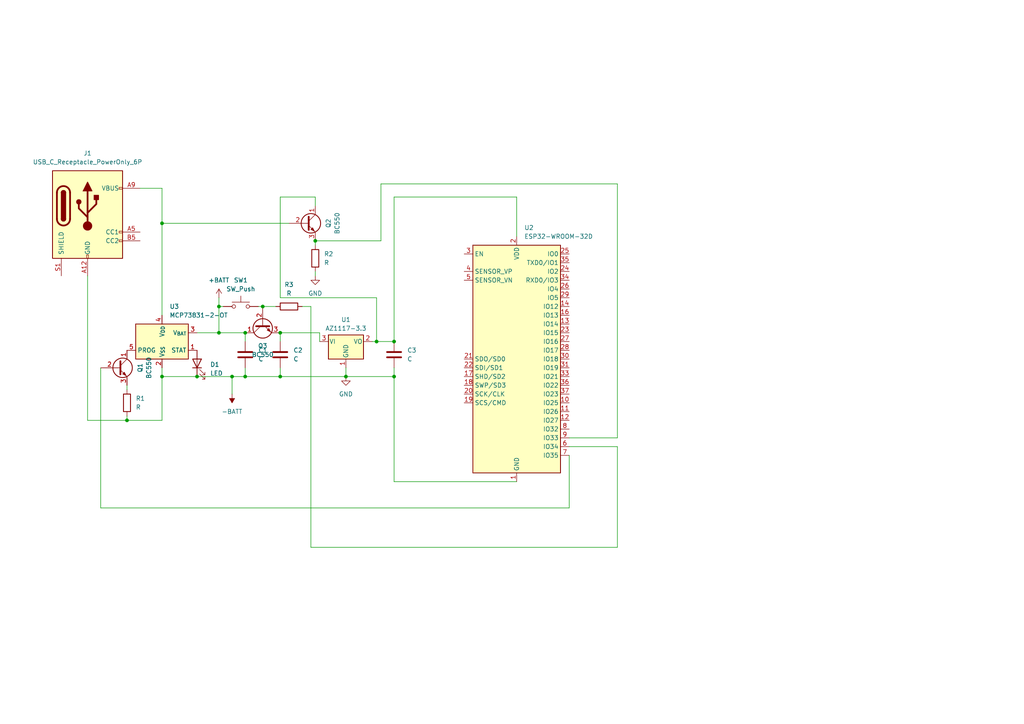
<source format=kicad_sch>
(kicad_sch (version 20230121) (generator eeschema)

  (uuid bec55e4e-6378-48f1-8246-a5facc38fe16)

  (paper "A4")

  (lib_symbols
    (symbol "Battery_Management:MCP73831-2-OT" (in_bom yes) (on_board yes)
      (property "Reference" "U" (at -7.62 6.35 0)
        (effects (font (size 1.27 1.27)) (justify left))
      )
      (property "Value" "MCP73831-2-OT" (at 1.27 6.35 0)
        (effects (font (size 1.27 1.27)) (justify left))
      )
      (property "Footprint" "Package_TO_SOT_SMD:SOT-23-5" (at 1.27 -6.35 0)
        (effects (font (size 1.27 1.27) italic) (justify left) hide)
      )
      (property "Datasheet" "http://ww1.microchip.com/downloads/en/DeviceDoc/20001984g.pdf" (at -3.81 -1.27 0)
        (effects (font (size 1.27 1.27)) hide)
      )
      (property "ki_keywords" "battery charger lithium" (at 0 0 0)
        (effects (font (size 1.27 1.27)) hide)
      )
      (property "ki_description" "Single cell, Li-Ion/Li-Po charge management controller, 4.20V, Tri-State Status Output, in SOT23-5 package" (at 0 0 0)
        (effects (font (size 1.27 1.27)) hide)
      )
      (property "ki_fp_filters" "SOT?23*" (at 0 0 0)
        (effects (font (size 1.27 1.27)) hide)
      )
      (symbol "MCP73831-2-OT_0_1"
        (rectangle (start -7.62 5.08) (end 7.62 -5.08)
          (stroke (width 0.254) (type default))
          (fill (type background))
        )
      )
      (symbol "MCP73831-2-OT_1_1"
        (pin output line (at 10.16 -2.54 180) (length 2.54)
          (name "STAT" (effects (font (size 1.27 1.27))))
          (number "1" (effects (font (size 1.27 1.27))))
        )
        (pin power_in line (at 0 -7.62 90) (length 2.54)
          (name "V_{SS}" (effects (font (size 1.27 1.27))))
          (number "2" (effects (font (size 1.27 1.27))))
        )
        (pin power_out line (at 10.16 2.54 180) (length 2.54)
          (name "V_{BAT}" (effects (font (size 1.27 1.27))))
          (number "3" (effects (font (size 1.27 1.27))))
        )
        (pin power_in line (at 0 7.62 270) (length 2.54)
          (name "V_{DD}" (effects (font (size 1.27 1.27))))
          (number "4" (effects (font (size 1.27 1.27))))
        )
        (pin input line (at -10.16 -2.54 0) (length 2.54)
          (name "PROG" (effects (font (size 1.27 1.27))))
          (number "5" (effects (font (size 1.27 1.27))))
        )
      )
    )
    (symbol "Connector:USB_C_Receptacle_PowerOnly_6P" (pin_names (offset 1.016)) (in_bom yes) (on_board yes)
      (property "Reference" "J" (at 0 16.51 0)
        (effects (font (size 1.27 1.27)) (justify bottom))
      )
      (property "Value" "USB_C_Receptacle_PowerOnly_6P" (at 0 13.97 0)
        (effects (font (size 1.27 1.27)) (justify bottom))
      )
      (property "Footprint" "" (at 3.81 2.54 0)
        (effects (font (size 1.27 1.27)) hide)
      )
      (property "Datasheet" "https://www.usb.org/sites/default/files/documents/usb_type-c.zip" (at 0 0 0)
        (effects (font (size 1.27 1.27)) hide)
      )
      (property "ki_keywords" "usb universal serial bus type-C power-only charging-only 6P 6C" (at 0 0 0)
        (effects (font (size 1.27 1.27)) hide)
      )
      (property "ki_description" "USB Power-Only 6P Type-C Receptacle connector" (at 0 0 0)
        (effects (font (size 1.27 1.27)) hide)
      )
      (property "ki_fp_filters" "USB*C*Receptacle*" (at 0 0 0)
        (effects (font (size 1.27 1.27)) hide)
      )
      (symbol "USB_C_Receptacle_PowerOnly_6P_0_0"
        (rectangle (start -0.254 -12.7) (end 0.254 -11.684)
          (stroke (width 0) (type default))
          (fill (type none))
        )
        (rectangle (start 10.16 -7.366) (end 9.144 -7.874)
          (stroke (width 0) (type default))
          (fill (type none))
        )
        (rectangle (start 10.16 -4.826) (end 9.144 -5.334)
          (stroke (width 0) (type default))
          (fill (type none))
        )
        (rectangle (start 10.16 7.874) (end 9.144 7.366)
          (stroke (width 0) (type default))
          (fill (type none))
        )
      )
      (symbol "USB_C_Receptacle_PowerOnly_6P_0_1"
        (rectangle (start -10.16 12.7) (end 10.16 -12.7)
          (stroke (width 0.254) (type default))
          (fill (type background))
        )
        (arc (start -8.89 -1.27) (mid -6.985 -3.1667) (end -5.08 -1.27)
          (stroke (width 0.508) (type default))
          (fill (type none))
        )
        (arc (start -7.62 -1.27) (mid -6.985 -1.9023) (end -6.35 -1.27)
          (stroke (width 0.254) (type default))
          (fill (type none))
        )
        (arc (start -7.62 -1.27) (mid -6.985 -1.9023) (end -6.35 -1.27)
          (stroke (width 0.254) (type default))
          (fill (type outline))
        )
        (rectangle (start -7.62 -1.27) (end -6.35 6.35)
          (stroke (width 0.254) (type default))
          (fill (type outline))
        )
        (arc (start -6.35 6.35) (mid -6.985 6.9823) (end -7.62 6.35)
          (stroke (width 0.254) (type default))
          (fill (type none))
        )
        (arc (start -6.35 6.35) (mid -6.985 6.9823) (end -7.62 6.35)
          (stroke (width 0.254) (type default))
          (fill (type outline))
        )
        (arc (start -5.08 6.35) (mid -6.985 8.2467) (end -8.89 6.35)
          (stroke (width 0.508) (type default))
          (fill (type none))
        )
        (circle (center -2.54 3.683) (radius 0.635)
          (stroke (width 0.254) (type default))
          (fill (type outline))
        )
        (circle (center 0 -3.302) (radius 1.27)
          (stroke (width 0) (type default))
          (fill (type outline))
        )
        (polyline
          (pts
            (xy -8.89 -1.27)
            (xy -8.89 6.35)
          )
          (stroke (width 0.508) (type default))
          (fill (type none))
        )
        (polyline
          (pts
            (xy -5.08 6.35)
            (xy -5.08 -1.27)
          )
          (stroke (width 0.508) (type default))
          (fill (type none))
        )
        (polyline
          (pts
            (xy 0 -3.302)
            (xy 0 6.858)
          )
          (stroke (width 0.508) (type default))
          (fill (type none))
        )
        (polyline
          (pts
            (xy 0 -0.762)
            (xy -2.54 1.778)
            (xy -2.54 3.048)
          )
          (stroke (width 0.508) (type default))
          (fill (type none))
        )
        (polyline
          (pts
            (xy 0 0.508)
            (xy 2.54 3.048)
            (xy 2.54 4.318)
          )
          (stroke (width 0.508) (type default))
          (fill (type none))
        )
        (polyline
          (pts
            (xy -1.27 6.858)
            (xy 0 9.398)
            (xy 1.27 6.858)
            (xy -1.27 6.858)
          )
          (stroke (width 0.254) (type default))
          (fill (type outline))
        )
        (rectangle (start 1.905 4.318) (end 3.175 5.588)
          (stroke (width 0.254) (type default))
          (fill (type outline))
        )
      )
      (symbol "USB_C_Receptacle_PowerOnly_6P_1_1"
        (pin passive line (at 0 -17.78 90) (length 5.08)
          (name "GND" (effects (font (size 1.27 1.27))))
          (number "A12" (effects (font (size 1.27 1.27))))
        )
        (pin bidirectional line (at 15.24 -5.08 180) (length 5.08)
          (name "CC1" (effects (font (size 1.27 1.27))))
          (number "A5" (effects (font (size 1.27 1.27))))
        )
        (pin passive line (at 15.24 7.62 180) (length 5.08)
          (name "VBUS" (effects (font (size 1.27 1.27))))
          (number "A9" (effects (font (size 1.27 1.27))))
        )
        (pin passive line (at 0 -17.78 90) (length 5.08) hide
          (name "GND" (effects (font (size 1.27 1.27))))
          (number "B12" (effects (font (size 1.27 1.27))))
        )
        (pin bidirectional line (at 15.24 -7.62 180) (length 5.08)
          (name "CC2" (effects (font (size 1.27 1.27))))
          (number "B5" (effects (font (size 1.27 1.27))))
        )
        (pin passive line (at 15.24 7.62 180) (length 5.08) hide
          (name "VBUS" (effects (font (size 1.27 1.27))))
          (number "B9" (effects (font (size 1.27 1.27))))
        )
        (pin passive line (at -7.62 -17.78 90) (length 5.08)
          (name "SHIELD" (effects (font (size 1.27 1.27))))
          (number "S1" (effects (font (size 1.27 1.27))))
        )
      )
    )
    (symbol "Device:C" (pin_numbers hide) (pin_names (offset 0.254)) (in_bom yes) (on_board yes)
      (property "Reference" "C" (at 0.635 2.54 0)
        (effects (font (size 1.27 1.27)) (justify left))
      )
      (property "Value" "C" (at 0.635 -2.54 0)
        (effects (font (size 1.27 1.27)) (justify left))
      )
      (property "Footprint" "" (at 0.9652 -3.81 0)
        (effects (font (size 1.27 1.27)) hide)
      )
      (property "Datasheet" "~" (at 0 0 0)
        (effects (font (size 1.27 1.27)) hide)
      )
      (property "ki_keywords" "cap capacitor" (at 0 0 0)
        (effects (font (size 1.27 1.27)) hide)
      )
      (property "ki_description" "Unpolarized capacitor" (at 0 0 0)
        (effects (font (size 1.27 1.27)) hide)
      )
      (property "ki_fp_filters" "C_*" (at 0 0 0)
        (effects (font (size 1.27 1.27)) hide)
      )
      (symbol "C_0_1"
        (polyline
          (pts
            (xy -2.032 -0.762)
            (xy 2.032 -0.762)
          )
          (stroke (width 0.508) (type default))
          (fill (type none))
        )
        (polyline
          (pts
            (xy -2.032 0.762)
            (xy 2.032 0.762)
          )
          (stroke (width 0.508) (type default))
          (fill (type none))
        )
      )
      (symbol "C_1_1"
        (pin passive line (at 0 3.81 270) (length 2.794)
          (name "~" (effects (font (size 1.27 1.27))))
          (number "1" (effects (font (size 1.27 1.27))))
        )
        (pin passive line (at 0 -3.81 90) (length 2.794)
          (name "~" (effects (font (size 1.27 1.27))))
          (number "2" (effects (font (size 1.27 1.27))))
        )
      )
    )
    (symbol "Device:LED" (pin_numbers hide) (pin_names (offset 1.016) hide) (in_bom yes) (on_board yes)
      (property "Reference" "D" (at 0 2.54 0)
        (effects (font (size 1.27 1.27)))
      )
      (property "Value" "LED" (at 0 -2.54 0)
        (effects (font (size 1.27 1.27)))
      )
      (property "Footprint" "" (at 0 0 0)
        (effects (font (size 1.27 1.27)) hide)
      )
      (property "Datasheet" "~" (at 0 0 0)
        (effects (font (size 1.27 1.27)) hide)
      )
      (property "ki_keywords" "LED diode" (at 0 0 0)
        (effects (font (size 1.27 1.27)) hide)
      )
      (property "ki_description" "Light emitting diode" (at 0 0 0)
        (effects (font (size 1.27 1.27)) hide)
      )
      (property "ki_fp_filters" "LED* LED_SMD:* LED_THT:*" (at 0 0 0)
        (effects (font (size 1.27 1.27)) hide)
      )
      (symbol "LED_0_1"
        (polyline
          (pts
            (xy -1.27 -1.27)
            (xy -1.27 1.27)
          )
          (stroke (width 0.254) (type default))
          (fill (type none))
        )
        (polyline
          (pts
            (xy -1.27 0)
            (xy 1.27 0)
          )
          (stroke (width 0) (type default))
          (fill (type none))
        )
        (polyline
          (pts
            (xy 1.27 -1.27)
            (xy 1.27 1.27)
            (xy -1.27 0)
            (xy 1.27 -1.27)
          )
          (stroke (width 0.254) (type default))
          (fill (type none))
        )
        (polyline
          (pts
            (xy -3.048 -0.762)
            (xy -4.572 -2.286)
            (xy -3.81 -2.286)
            (xy -4.572 -2.286)
            (xy -4.572 -1.524)
          )
          (stroke (width 0) (type default))
          (fill (type none))
        )
        (polyline
          (pts
            (xy -1.778 -0.762)
            (xy -3.302 -2.286)
            (xy -2.54 -2.286)
            (xy -3.302 -2.286)
            (xy -3.302 -1.524)
          )
          (stroke (width 0) (type default))
          (fill (type none))
        )
      )
      (symbol "LED_1_1"
        (pin passive line (at -3.81 0 0) (length 2.54)
          (name "K" (effects (font (size 1.27 1.27))))
          (number "1" (effects (font (size 1.27 1.27))))
        )
        (pin passive line (at 3.81 0 180) (length 2.54)
          (name "A" (effects (font (size 1.27 1.27))))
          (number "2" (effects (font (size 1.27 1.27))))
        )
      )
    )
    (symbol "Device:R" (pin_numbers hide) (pin_names (offset 0)) (in_bom yes) (on_board yes)
      (property "Reference" "R" (at 2.032 0 90)
        (effects (font (size 1.27 1.27)))
      )
      (property "Value" "R" (at 0 0 90)
        (effects (font (size 1.27 1.27)))
      )
      (property "Footprint" "" (at -1.778 0 90)
        (effects (font (size 1.27 1.27)) hide)
      )
      (property "Datasheet" "~" (at 0 0 0)
        (effects (font (size 1.27 1.27)) hide)
      )
      (property "ki_keywords" "R res resistor" (at 0 0 0)
        (effects (font (size 1.27 1.27)) hide)
      )
      (property "ki_description" "Resistor" (at 0 0 0)
        (effects (font (size 1.27 1.27)) hide)
      )
      (property "ki_fp_filters" "R_*" (at 0 0 0)
        (effects (font (size 1.27 1.27)) hide)
      )
      (symbol "R_0_1"
        (rectangle (start -1.016 -2.54) (end 1.016 2.54)
          (stroke (width 0.254) (type default))
          (fill (type none))
        )
      )
      (symbol "R_1_1"
        (pin passive line (at 0 3.81 270) (length 1.27)
          (name "~" (effects (font (size 1.27 1.27))))
          (number "1" (effects (font (size 1.27 1.27))))
        )
        (pin passive line (at 0 -3.81 90) (length 1.27)
          (name "~" (effects (font (size 1.27 1.27))))
          (number "2" (effects (font (size 1.27 1.27))))
        )
      )
    )
    (symbol "RF_Module:ESP32-WROOM-32D" (in_bom yes) (on_board yes)
      (property "Reference" "U" (at -12.7 34.29 0)
        (effects (font (size 1.27 1.27)) (justify left))
      )
      (property "Value" "ESP32-WROOM-32D" (at 1.27 34.29 0)
        (effects (font (size 1.27 1.27)) (justify left))
      )
      (property "Footprint" "RF_Module:ESP32-WROOM-32D" (at 16.51 -34.29 0)
        (effects (font (size 1.27 1.27)) hide)
      )
      (property "Datasheet" "https://www.espressif.com/sites/default/files/documentation/esp32-wroom-32d_esp32-wroom-32u_datasheet_en.pdf" (at -7.62 1.27 0)
        (effects (font (size 1.27 1.27)) hide)
      )
      (property "ki_keywords" "RF Radio BT ESP ESP32 Espressif onboard PCB antenna" (at 0 0 0)
        (effects (font (size 1.27 1.27)) hide)
      )
      (property "ki_description" "RF Module, ESP32-D0WD SoC, Wi-Fi 802.11b/g/n, Bluetooth, BLE, 32-bit, 2.7-3.6V, onboard antenna, SMD" (at 0 0 0)
        (effects (font (size 1.27 1.27)) hide)
      )
      (property "ki_fp_filters" "ESP32?WROOM?32D*" (at 0 0 0)
        (effects (font (size 1.27 1.27)) hide)
      )
      (symbol "ESP32-WROOM-32D_0_1"
        (rectangle (start -12.7 33.02) (end 12.7 -33.02)
          (stroke (width 0.254) (type default))
          (fill (type background))
        )
      )
      (symbol "ESP32-WROOM-32D_1_1"
        (pin power_in line (at 0 -35.56 90) (length 2.54)
          (name "GND" (effects (font (size 1.27 1.27))))
          (number "1" (effects (font (size 1.27 1.27))))
        )
        (pin bidirectional line (at 15.24 -12.7 180) (length 2.54)
          (name "IO25" (effects (font (size 1.27 1.27))))
          (number "10" (effects (font (size 1.27 1.27))))
        )
        (pin bidirectional line (at 15.24 -15.24 180) (length 2.54)
          (name "IO26" (effects (font (size 1.27 1.27))))
          (number "11" (effects (font (size 1.27 1.27))))
        )
        (pin bidirectional line (at 15.24 -17.78 180) (length 2.54)
          (name "IO27" (effects (font (size 1.27 1.27))))
          (number "12" (effects (font (size 1.27 1.27))))
        )
        (pin bidirectional line (at 15.24 10.16 180) (length 2.54)
          (name "IO14" (effects (font (size 1.27 1.27))))
          (number "13" (effects (font (size 1.27 1.27))))
        )
        (pin bidirectional line (at 15.24 15.24 180) (length 2.54)
          (name "IO12" (effects (font (size 1.27 1.27))))
          (number "14" (effects (font (size 1.27 1.27))))
        )
        (pin passive line (at 0 -35.56 90) (length 2.54) hide
          (name "GND" (effects (font (size 1.27 1.27))))
          (number "15" (effects (font (size 1.27 1.27))))
        )
        (pin bidirectional line (at 15.24 12.7 180) (length 2.54)
          (name "IO13" (effects (font (size 1.27 1.27))))
          (number "16" (effects (font (size 1.27 1.27))))
        )
        (pin bidirectional line (at -15.24 -5.08 0) (length 2.54)
          (name "SHD/SD2" (effects (font (size 1.27 1.27))))
          (number "17" (effects (font (size 1.27 1.27))))
        )
        (pin bidirectional line (at -15.24 -7.62 0) (length 2.54)
          (name "SWP/SD3" (effects (font (size 1.27 1.27))))
          (number "18" (effects (font (size 1.27 1.27))))
        )
        (pin bidirectional line (at -15.24 -12.7 0) (length 2.54)
          (name "SCS/CMD" (effects (font (size 1.27 1.27))))
          (number "19" (effects (font (size 1.27 1.27))))
        )
        (pin power_in line (at 0 35.56 270) (length 2.54)
          (name "VDD" (effects (font (size 1.27 1.27))))
          (number "2" (effects (font (size 1.27 1.27))))
        )
        (pin bidirectional line (at -15.24 -10.16 0) (length 2.54)
          (name "SCK/CLK" (effects (font (size 1.27 1.27))))
          (number "20" (effects (font (size 1.27 1.27))))
        )
        (pin bidirectional line (at -15.24 0 0) (length 2.54)
          (name "SDO/SD0" (effects (font (size 1.27 1.27))))
          (number "21" (effects (font (size 1.27 1.27))))
        )
        (pin bidirectional line (at -15.24 -2.54 0) (length 2.54)
          (name "SDI/SD1" (effects (font (size 1.27 1.27))))
          (number "22" (effects (font (size 1.27 1.27))))
        )
        (pin bidirectional line (at 15.24 7.62 180) (length 2.54)
          (name "IO15" (effects (font (size 1.27 1.27))))
          (number "23" (effects (font (size 1.27 1.27))))
        )
        (pin bidirectional line (at 15.24 25.4 180) (length 2.54)
          (name "IO2" (effects (font (size 1.27 1.27))))
          (number "24" (effects (font (size 1.27 1.27))))
        )
        (pin bidirectional line (at 15.24 30.48 180) (length 2.54)
          (name "IO0" (effects (font (size 1.27 1.27))))
          (number "25" (effects (font (size 1.27 1.27))))
        )
        (pin bidirectional line (at 15.24 20.32 180) (length 2.54)
          (name "IO4" (effects (font (size 1.27 1.27))))
          (number "26" (effects (font (size 1.27 1.27))))
        )
        (pin bidirectional line (at 15.24 5.08 180) (length 2.54)
          (name "IO16" (effects (font (size 1.27 1.27))))
          (number "27" (effects (font (size 1.27 1.27))))
        )
        (pin bidirectional line (at 15.24 2.54 180) (length 2.54)
          (name "IO17" (effects (font (size 1.27 1.27))))
          (number "28" (effects (font (size 1.27 1.27))))
        )
        (pin bidirectional line (at 15.24 17.78 180) (length 2.54)
          (name "IO5" (effects (font (size 1.27 1.27))))
          (number "29" (effects (font (size 1.27 1.27))))
        )
        (pin input line (at -15.24 30.48 0) (length 2.54)
          (name "EN" (effects (font (size 1.27 1.27))))
          (number "3" (effects (font (size 1.27 1.27))))
        )
        (pin bidirectional line (at 15.24 0 180) (length 2.54)
          (name "IO18" (effects (font (size 1.27 1.27))))
          (number "30" (effects (font (size 1.27 1.27))))
        )
        (pin bidirectional line (at 15.24 -2.54 180) (length 2.54)
          (name "IO19" (effects (font (size 1.27 1.27))))
          (number "31" (effects (font (size 1.27 1.27))))
        )
        (pin no_connect line (at -12.7 -27.94 0) (length 2.54) hide
          (name "NC" (effects (font (size 1.27 1.27))))
          (number "32" (effects (font (size 1.27 1.27))))
        )
        (pin bidirectional line (at 15.24 -5.08 180) (length 2.54)
          (name "IO21" (effects (font (size 1.27 1.27))))
          (number "33" (effects (font (size 1.27 1.27))))
        )
        (pin bidirectional line (at 15.24 22.86 180) (length 2.54)
          (name "RXD0/IO3" (effects (font (size 1.27 1.27))))
          (number "34" (effects (font (size 1.27 1.27))))
        )
        (pin bidirectional line (at 15.24 27.94 180) (length 2.54)
          (name "TXD0/IO1" (effects (font (size 1.27 1.27))))
          (number "35" (effects (font (size 1.27 1.27))))
        )
        (pin bidirectional line (at 15.24 -7.62 180) (length 2.54)
          (name "IO22" (effects (font (size 1.27 1.27))))
          (number "36" (effects (font (size 1.27 1.27))))
        )
        (pin bidirectional line (at 15.24 -10.16 180) (length 2.54)
          (name "IO23" (effects (font (size 1.27 1.27))))
          (number "37" (effects (font (size 1.27 1.27))))
        )
        (pin passive line (at 0 -35.56 90) (length 2.54) hide
          (name "GND" (effects (font (size 1.27 1.27))))
          (number "38" (effects (font (size 1.27 1.27))))
        )
        (pin passive line (at 0 -35.56 90) (length 2.54) hide
          (name "GND" (effects (font (size 1.27 1.27))))
          (number "39" (effects (font (size 1.27 1.27))))
        )
        (pin input line (at -15.24 25.4 0) (length 2.54)
          (name "SENSOR_VP" (effects (font (size 1.27 1.27))))
          (number "4" (effects (font (size 1.27 1.27))))
        )
        (pin input line (at -15.24 22.86 0) (length 2.54)
          (name "SENSOR_VN" (effects (font (size 1.27 1.27))))
          (number "5" (effects (font (size 1.27 1.27))))
        )
        (pin input line (at 15.24 -25.4 180) (length 2.54)
          (name "IO34" (effects (font (size 1.27 1.27))))
          (number "6" (effects (font (size 1.27 1.27))))
        )
        (pin input line (at 15.24 -27.94 180) (length 2.54)
          (name "IO35" (effects (font (size 1.27 1.27))))
          (number "7" (effects (font (size 1.27 1.27))))
        )
        (pin bidirectional line (at 15.24 -20.32 180) (length 2.54)
          (name "IO32" (effects (font (size 1.27 1.27))))
          (number "8" (effects (font (size 1.27 1.27))))
        )
        (pin bidirectional line (at 15.24 -22.86 180) (length 2.54)
          (name "IO33" (effects (font (size 1.27 1.27))))
          (number "9" (effects (font (size 1.27 1.27))))
        )
      )
    )
    (symbol "Regulator_Linear:AZ1117-3.3" (pin_names (offset 0.254)) (in_bom yes) (on_board yes)
      (property "Reference" "U" (at -3.81 3.175 0)
        (effects (font (size 1.27 1.27)))
      )
      (property "Value" "AZ1117-3.3" (at 0 3.175 0)
        (effects (font (size 1.27 1.27)) (justify left))
      )
      (property "Footprint" "" (at 0 6.35 0)
        (effects (font (size 1.27 1.27) italic) hide)
      )
      (property "Datasheet" "https://www.diodes.com/assets/Datasheets/AZ1117.pdf" (at 0 0 0)
        (effects (font (size 1.27 1.27)) hide)
      )
      (property "ki_keywords" "Fixed Voltage Regulator 1A Positive LDO" (at 0 0 0)
        (effects (font (size 1.27 1.27)) hide)
      )
      (property "ki_description" "1A 20V Fixed LDO Linear Regulator, 3.3V, SOT-89/SOT-223/TO-220/TO-252/TO-263" (at 0 0 0)
        (effects (font (size 1.27 1.27)) hide)
      )
      (property "ki_fp_filters" "SOT?223* SOT?89* TO?220* TO?252* TO?263*" (at 0 0 0)
        (effects (font (size 1.27 1.27)) hide)
      )
      (symbol "AZ1117-3.3_0_1"
        (rectangle (start -5.08 1.905) (end 5.08 -5.08)
          (stroke (width 0.254) (type default))
          (fill (type background))
        )
      )
      (symbol "AZ1117-3.3_1_1"
        (pin power_in line (at 0 -7.62 90) (length 2.54)
          (name "GND" (effects (font (size 1.27 1.27))))
          (number "1" (effects (font (size 1.27 1.27))))
        )
        (pin power_out line (at 7.62 0 180) (length 2.54)
          (name "VO" (effects (font (size 1.27 1.27))))
          (number "2" (effects (font (size 1.27 1.27))))
        )
        (pin power_in line (at -7.62 0 0) (length 2.54)
          (name "VI" (effects (font (size 1.27 1.27))))
          (number "3" (effects (font (size 1.27 1.27))))
        )
      )
    )
    (symbol "Switch:SW_Push" (pin_numbers hide) (pin_names (offset 1.016) hide) (in_bom yes) (on_board yes)
      (property "Reference" "SW" (at 1.27 2.54 0)
        (effects (font (size 1.27 1.27)) (justify left))
      )
      (property "Value" "SW_Push" (at 0 -1.524 0)
        (effects (font (size 1.27 1.27)))
      )
      (property "Footprint" "" (at 0 5.08 0)
        (effects (font (size 1.27 1.27)) hide)
      )
      (property "Datasheet" "~" (at 0 5.08 0)
        (effects (font (size 1.27 1.27)) hide)
      )
      (property "ki_keywords" "switch normally-open pushbutton push-button" (at 0 0 0)
        (effects (font (size 1.27 1.27)) hide)
      )
      (property "ki_description" "Push button switch, generic, two pins" (at 0 0 0)
        (effects (font (size 1.27 1.27)) hide)
      )
      (symbol "SW_Push_0_1"
        (circle (center -2.032 0) (radius 0.508)
          (stroke (width 0) (type default))
          (fill (type none))
        )
        (polyline
          (pts
            (xy 0 1.27)
            (xy 0 3.048)
          )
          (stroke (width 0) (type default))
          (fill (type none))
        )
        (polyline
          (pts
            (xy 2.54 1.27)
            (xy -2.54 1.27)
          )
          (stroke (width 0) (type default))
          (fill (type none))
        )
        (circle (center 2.032 0) (radius 0.508)
          (stroke (width 0) (type default))
          (fill (type none))
        )
        (pin passive line (at -5.08 0 0) (length 2.54)
          (name "1" (effects (font (size 1.27 1.27))))
          (number "1" (effects (font (size 1.27 1.27))))
        )
        (pin passive line (at 5.08 0 180) (length 2.54)
          (name "2" (effects (font (size 1.27 1.27))))
          (number "2" (effects (font (size 1.27 1.27))))
        )
      )
    )
    (symbol "Transistor_BJT:BC550" (pin_names (offset 0) hide) (in_bom yes) (on_board yes)
      (property "Reference" "Q" (at 5.08 1.905 0)
        (effects (font (size 1.27 1.27)) (justify left))
      )
      (property "Value" "BC550" (at 5.08 0 0)
        (effects (font (size 1.27 1.27)) (justify left))
      )
      (property "Footprint" "Package_TO_SOT_THT:TO-92_Inline" (at 5.08 -1.905 0)
        (effects (font (size 1.27 1.27) italic) (justify left) hide)
      )
      (property "Datasheet" "https://www.onsemi.com/pub/Collateral/BC550-D.pdf" (at 0 0 0)
        (effects (font (size 1.27 1.27)) (justify left) hide)
      )
      (property "ki_keywords" "NPN Transistor" (at 0 0 0)
        (effects (font (size 1.27 1.27)) hide)
      )
      (property "ki_description" "0.1A Ic, 45V Vce, Small Signal NPN Transistor, TO-92" (at 0 0 0)
        (effects (font (size 1.27 1.27)) hide)
      )
      (property "ki_fp_filters" "TO?92*" (at 0 0 0)
        (effects (font (size 1.27 1.27)) hide)
      )
      (symbol "BC550_0_1"
        (polyline
          (pts
            (xy 0 0)
            (xy 0.635 0)
          )
          (stroke (width 0) (type default))
          (fill (type none))
        )
        (polyline
          (pts
            (xy 0.635 0.635)
            (xy 2.54 2.54)
          )
          (stroke (width 0) (type default))
          (fill (type none))
        )
        (polyline
          (pts
            (xy 0.635 -0.635)
            (xy 2.54 -2.54)
            (xy 2.54 -2.54)
          )
          (stroke (width 0) (type default))
          (fill (type none))
        )
        (polyline
          (pts
            (xy 0.635 1.905)
            (xy 0.635 -1.905)
            (xy 0.635 -1.905)
          )
          (stroke (width 0.508) (type default))
          (fill (type none))
        )
        (polyline
          (pts
            (xy 1.27 -1.778)
            (xy 1.778 -1.27)
            (xy 2.286 -2.286)
            (xy 1.27 -1.778)
            (xy 1.27 -1.778)
          )
          (stroke (width 0) (type default))
          (fill (type outline))
        )
        (circle (center 1.27 0) (radius 2.8194)
          (stroke (width 0.254) (type default))
          (fill (type none))
        )
      )
      (symbol "BC550_1_1"
        (pin passive line (at 2.54 5.08 270) (length 2.54)
          (name "C" (effects (font (size 1.27 1.27))))
          (number "1" (effects (font (size 1.27 1.27))))
        )
        (pin input line (at -5.08 0 0) (length 5.08)
          (name "B" (effects (font (size 1.27 1.27))))
          (number "2" (effects (font (size 1.27 1.27))))
        )
        (pin passive line (at 2.54 -5.08 90) (length 2.54)
          (name "E" (effects (font (size 1.27 1.27))))
          (number "3" (effects (font (size 1.27 1.27))))
        )
      )
    )
    (symbol "power:+BATT" (power) (pin_names (offset 0)) (in_bom yes) (on_board yes)
      (property "Reference" "#PWR" (at 0 -3.81 0)
        (effects (font (size 1.27 1.27)) hide)
      )
      (property "Value" "+BATT" (at 0 3.556 0)
        (effects (font (size 1.27 1.27)))
      )
      (property "Footprint" "" (at 0 0 0)
        (effects (font (size 1.27 1.27)) hide)
      )
      (property "Datasheet" "" (at 0 0 0)
        (effects (font (size 1.27 1.27)) hide)
      )
      (property "ki_keywords" "global power battery" (at 0 0 0)
        (effects (font (size 1.27 1.27)) hide)
      )
      (property "ki_description" "Power symbol creates a global label with name \"+BATT\"" (at 0 0 0)
        (effects (font (size 1.27 1.27)) hide)
      )
      (symbol "+BATT_0_1"
        (polyline
          (pts
            (xy -0.762 1.27)
            (xy 0 2.54)
          )
          (stroke (width 0) (type default))
          (fill (type none))
        )
        (polyline
          (pts
            (xy 0 0)
            (xy 0 2.54)
          )
          (stroke (width 0) (type default))
          (fill (type none))
        )
        (polyline
          (pts
            (xy 0 2.54)
            (xy 0.762 1.27)
          )
          (stroke (width 0) (type default))
          (fill (type none))
        )
      )
      (symbol "+BATT_1_1"
        (pin power_in line (at 0 0 90) (length 0) hide
          (name "+BATT" (effects (font (size 1.27 1.27))))
          (number "1" (effects (font (size 1.27 1.27))))
        )
      )
    )
    (symbol "power:-BATT" (power) (pin_names (offset 0)) (in_bom yes) (on_board yes)
      (property "Reference" "#PWR" (at 0 -3.81 0)
        (effects (font (size 1.27 1.27)) hide)
      )
      (property "Value" "-BATT" (at 0 3.556 0)
        (effects (font (size 1.27 1.27)))
      )
      (property "Footprint" "" (at 0 0 0)
        (effects (font (size 1.27 1.27)) hide)
      )
      (property "Datasheet" "" (at 0 0 0)
        (effects (font (size 1.27 1.27)) hide)
      )
      (property "ki_keywords" "global power battery" (at 0 0 0)
        (effects (font (size 1.27 1.27)) hide)
      )
      (property "ki_description" "Power symbol creates a global label with name \"-BATT\"" (at 0 0 0)
        (effects (font (size 1.27 1.27)) hide)
      )
      (symbol "-BATT_0_1"
        (polyline
          (pts
            (xy 0 0)
            (xy 0 2.54)
          )
          (stroke (width 0) (type default))
          (fill (type none))
        )
        (polyline
          (pts
            (xy 0.762 1.27)
            (xy -0.762 1.27)
            (xy 0 2.54)
            (xy 0.762 1.27)
          )
          (stroke (width 0) (type default))
          (fill (type outline))
        )
      )
      (symbol "-BATT_1_1"
        (pin power_in line (at 0 0 90) (length 0) hide
          (name "-BATT" (effects (font (size 1.27 1.27))))
          (number "1" (effects (font (size 1.27 1.27))))
        )
      )
    )
    (symbol "power:GND" (power) (pin_names (offset 0)) (in_bom yes) (on_board yes)
      (property "Reference" "#PWR" (at 0 -6.35 0)
        (effects (font (size 1.27 1.27)) hide)
      )
      (property "Value" "GND" (at 0 -3.81 0)
        (effects (font (size 1.27 1.27)))
      )
      (property "Footprint" "" (at 0 0 0)
        (effects (font (size 1.27 1.27)) hide)
      )
      (property "Datasheet" "" (at 0 0 0)
        (effects (font (size 1.27 1.27)) hide)
      )
      (property "ki_keywords" "global power" (at 0 0 0)
        (effects (font (size 1.27 1.27)) hide)
      )
      (property "ki_description" "Power symbol creates a global label with name \"GND\" , ground" (at 0 0 0)
        (effects (font (size 1.27 1.27)) hide)
      )
      (symbol "GND_0_1"
        (polyline
          (pts
            (xy 0 0)
            (xy 0 -1.27)
            (xy 1.27 -1.27)
            (xy 0 -2.54)
            (xy -1.27 -1.27)
            (xy 0 -1.27)
          )
          (stroke (width 0) (type default))
          (fill (type none))
        )
      )
      (symbol "GND_1_1"
        (pin power_in line (at 0 0 270) (length 0) hide
          (name "GND" (effects (font (size 1.27 1.27))))
          (number "1" (effects (font (size 1.27 1.27))))
        )
      )
    )
  )

  (junction (at 109.22 99.06) (diameter 0) (color 0 0 0 0)
    (uuid 06491c1c-dbf1-46ed-a350-31fd3d9dff4a)
  )
  (junction (at 46.99 64.77) (diameter 0) (color 0 0 0 0)
    (uuid 177aef2f-c176-4a08-b709-aeb0a030f5fe)
  )
  (junction (at 67.31 109.22) (diameter 0) (color 0 0 0 0)
    (uuid 2c413194-a90f-4ca5-97fa-d61bce6f5e2a)
  )
  (junction (at 76.2 88.9) (diameter 0) (color 0 0 0 0)
    (uuid 3ae2c700-b546-47b0-9970-6a8a7a31b2fd)
  )
  (junction (at 114.3 109.22) (diameter 0) (color 0 0 0 0)
    (uuid 54087d2a-d78f-44c2-916c-c86bf91e56d4)
  )
  (junction (at 114.3 99.06) (diameter 0) (color 0 0 0 0)
    (uuid 776ede2f-a937-4930-a86b-39a649a4c90a)
  )
  (junction (at 57.15 109.22) (diameter 0) (color 0 0 0 0)
    (uuid 7aeea4ff-cd6f-4d23-88c8-28600c0f5ae3)
  )
  (junction (at 91.44 69.85) (diameter 0) (color 0 0 0 0)
    (uuid 8a90cbb2-aff4-41f5-a5fa-f195e9ad5c04)
  )
  (junction (at 81.28 109.22) (diameter 0) (color 0 0 0 0)
    (uuid a3e692fc-dd37-4b44-971e-5caf0374d8cd)
  )
  (junction (at 71.12 109.22) (diameter 0) (color 0 0 0 0)
    (uuid afdcb839-c910-46a7-bfb7-d6cf08112d36)
  )
  (junction (at 71.12 96.52) (diameter 0) (color 0 0 0 0)
    (uuid ba410f38-ce7f-4a90-8d28-d6ba4d2ca874)
  )
  (junction (at 81.28 96.52) (diameter 0) (color 0 0 0 0)
    (uuid bafa43c4-a302-4650-859a-b727cb2b7df0)
  )
  (junction (at 36.83 121.92) (diameter 0) (color 0 0 0 0)
    (uuid c8cc257c-1534-4c58-b6f1-e4480784cd3f)
  )
  (junction (at 63.5 88.9) (diameter 0) (color 0 0 0 0)
    (uuid cd385a5f-b2af-4f7b-b060-6d32b863ac65)
  )
  (junction (at 63.5 96.52) (diameter 0) (color 0 0 0 0)
    (uuid ed8fb70a-f12e-429b-a093-aca004523646)
  )
  (junction (at 100.33 109.22) (diameter 0) (color 0 0 0 0)
    (uuid ef8bfc39-075d-4158-b776-136417f362a7)
  )
  (junction (at 46.99 109.22) (diameter 0) (color 0 0 0 0)
    (uuid f5a17ec9-de56-47e5-afb1-85624319af09)
  )

  (wire (pts (xy 74.93 88.9) (xy 76.2 88.9))
    (stroke (width 0) (type default))
    (uuid 00d9dc98-bcab-4074-87dc-218835bcefcd)
  )
  (wire (pts (xy 114.3 139.7) (xy 149.86 139.7))
    (stroke (width 0) (type default))
    (uuid 040f4479-ec17-4ee4-adb3-3882a487dd97)
  )
  (wire (pts (xy 46.99 121.92) (xy 46.99 109.22))
    (stroke (width 0) (type default))
    (uuid 05a6c66e-d3ef-469e-8b25-c3491f6e4a0b)
  )
  (wire (pts (xy 81.28 96.52) (xy 81.28 99.06))
    (stroke (width 0) (type default))
    (uuid 0ba5af04-01cd-4688-a02d-6417daadb38a)
  )
  (wire (pts (xy 67.31 109.22) (xy 67.31 114.3))
    (stroke (width 0) (type default))
    (uuid 0d725a50-98f4-4ac8-bd6a-1945d8089f33)
  )
  (wire (pts (xy 100.33 109.22) (xy 114.3 109.22))
    (stroke (width 0) (type default))
    (uuid 0f236d11-31d3-4f9c-ac21-5697954bf4b7)
  )
  (wire (pts (xy 36.83 121.92) (xy 46.99 121.92))
    (stroke (width 0) (type default))
    (uuid 10815599-7f4d-4e43-a9c6-9030a1519976)
  )
  (wire (pts (xy 46.99 64.77) (xy 83.82 64.77))
    (stroke (width 0) (type default))
    (uuid 15cd936a-f67a-42a2-9cb8-07085091c2c7)
  )
  (wire (pts (xy 46.99 54.61) (xy 46.99 64.77))
    (stroke (width 0) (type default))
    (uuid 1e8ac864-15bb-4fd4-8d6a-65de84e33872)
  )
  (wire (pts (xy 71.12 109.22) (xy 81.28 109.22))
    (stroke (width 0) (type default))
    (uuid 1e9be2be-4bc6-4363-88ae-a5b0459e514b)
  )
  (wire (pts (xy 110.49 69.85) (xy 91.44 69.85))
    (stroke (width 0) (type default))
    (uuid 1ff03172-abc7-4b19-82be-5ef8cfcc562e)
  )
  (wire (pts (xy 81.28 109.22) (xy 81.28 106.68))
    (stroke (width 0) (type default))
    (uuid 2155f03a-c357-4a8e-a1f4-350ac8fbb977)
  )
  (wire (pts (xy 81.28 96.52) (xy 92.71 96.52))
    (stroke (width 0) (type default))
    (uuid 240365fa-b6de-47b1-b50f-39d57fabbe63)
  )
  (wire (pts (xy 149.86 57.15) (xy 149.86 68.58))
    (stroke (width 0) (type default))
    (uuid 29cfc559-5a03-49ec-8e35-14b4d00ef89b)
  )
  (wire (pts (xy 87.63 88.9) (xy 90.17 88.9))
    (stroke (width 0) (type default))
    (uuid 2af5bb3e-9eec-4e8e-8178-abe3f2db4e5f)
  )
  (wire (pts (xy 109.22 99.06) (xy 109.22 86.36))
    (stroke (width 0) (type default))
    (uuid 2ed0cb64-c793-4ea3-80a2-a7c83f60fb7f)
  )
  (wire (pts (xy 109.22 99.06) (xy 107.95 99.06))
    (stroke (width 0) (type default))
    (uuid 32187860-a841-4714-ba53-1bd781063d9f)
  )
  (wire (pts (xy 29.21 147.32) (xy 165.1 147.32))
    (stroke (width 0) (type default))
    (uuid 3ae60d3a-5c46-40c7-af6a-7e079699a76d)
  )
  (wire (pts (xy 81.28 109.22) (xy 100.33 109.22))
    (stroke (width 0) (type default))
    (uuid 3ea3eca7-6780-45c4-8763-ec5adf0c5ab2)
  )
  (wire (pts (xy 81.28 57.15) (xy 81.28 86.36))
    (stroke (width 0) (type default))
    (uuid 49e7c66a-79cc-48a3-9d2e-296313abadaf)
  )
  (wire (pts (xy 109.22 99.06) (xy 114.3 99.06))
    (stroke (width 0) (type default))
    (uuid 4b60c9ad-6f08-44f3-8c90-a4dd4821c39f)
  )
  (wire (pts (xy 114.3 57.15) (xy 149.86 57.15))
    (stroke (width 0) (type default))
    (uuid 4f68082e-b0f6-49a4-9680-7c6af9ba2af4)
  )
  (wire (pts (xy 46.99 109.22) (xy 46.99 106.68))
    (stroke (width 0) (type default))
    (uuid 50facb35-4138-45c3-8c94-703be23eab37)
  )
  (wire (pts (xy 63.5 96.52) (xy 71.12 96.52))
    (stroke (width 0) (type default))
    (uuid 52b317f8-a9e6-4e31-b97a-f4ae4891b80c)
  )
  (wire (pts (xy 63.5 88.9) (xy 64.77 88.9))
    (stroke (width 0) (type default))
    (uuid 60955091-ee35-4bd8-8dc8-d11635c1ff3d)
  )
  (wire (pts (xy 63.5 86.36) (xy 63.5 88.9))
    (stroke (width 0) (type default))
    (uuid 61b52f7c-b7df-4ec0-a42a-7ce58c67edcd)
  )
  (wire (pts (xy 71.12 96.52) (xy 71.12 99.06))
    (stroke (width 0) (type default))
    (uuid 630ec971-b7f2-4874-aa7d-b4860a0c8b42)
  )
  (wire (pts (xy 100.33 109.22) (xy 100.33 106.68))
    (stroke (width 0) (type default))
    (uuid 68c997e9-f8bb-4530-a03d-3db1027077e7)
  )
  (wire (pts (xy 29.21 106.68) (xy 29.21 147.32))
    (stroke (width 0) (type default))
    (uuid 6a09a6ea-4487-45e1-8aa4-ff1f8a933792)
  )
  (wire (pts (xy 57.15 109.22) (xy 67.31 109.22))
    (stroke (width 0) (type default))
    (uuid 6c92caaf-a863-4ac6-8e1a-bb5b34912e83)
  )
  (wire (pts (xy 46.99 64.77) (xy 46.99 91.44))
    (stroke (width 0) (type default))
    (uuid 704c6cb9-2df8-4d0c-995a-154fe4cec7f6)
  )
  (wire (pts (xy 165.1 147.32) (xy 165.1 132.08))
    (stroke (width 0) (type default))
    (uuid 73ae1a8a-0f83-4a0f-9457-3f2b431f87b1)
  )
  (wire (pts (xy 165.1 129.54) (xy 179.07 129.54))
    (stroke (width 0) (type default))
    (uuid 8633397e-da3b-4527-95cb-03917fb194fe)
  )
  (wire (pts (xy 165.1 127) (xy 179.07 127))
    (stroke (width 0) (type default))
    (uuid 8a398d3a-919d-43d4-988a-514cb4891cb1)
  )
  (wire (pts (xy 36.83 121.92) (xy 36.83 120.65))
    (stroke (width 0) (type default))
    (uuid 8ec121d4-2569-4ae7-b900-42fc6fb743dd)
  )
  (wire (pts (xy 114.3 109.22) (xy 114.3 106.68))
    (stroke (width 0) (type default))
    (uuid 8f594c67-f4ec-428d-aefc-afa0501e9716)
  )
  (wire (pts (xy 90.17 158.75) (xy 90.17 88.9))
    (stroke (width 0) (type default))
    (uuid 916fd310-f91c-42aa-ae33-168bea79ab00)
  )
  (wire (pts (xy 25.4 121.92) (xy 36.83 121.92))
    (stroke (width 0) (type default))
    (uuid 94d6c043-d845-45e8-a185-690a6f78197e)
  )
  (wire (pts (xy 179.07 129.54) (xy 179.07 158.75))
    (stroke (width 0) (type default))
    (uuid 97b81eb1-f8a1-4a3b-bc22-f413ef60e32a)
  )
  (wire (pts (xy 81.28 57.15) (xy 91.44 57.15))
    (stroke (width 0) (type default))
    (uuid 9be8cebb-f583-44ca-8427-096b4fcedf16)
  )
  (wire (pts (xy 63.5 88.9) (xy 63.5 96.52))
    (stroke (width 0) (type default))
    (uuid aeb7f871-6e7e-446a-8d71-0f6946e74b82)
  )
  (wire (pts (xy 40.64 54.61) (xy 46.99 54.61))
    (stroke (width 0) (type default))
    (uuid af192368-4a52-41e2-aa96-725d6f8b9495)
  )
  (wire (pts (xy 109.22 86.36) (xy 81.28 86.36))
    (stroke (width 0) (type default))
    (uuid b092de95-17d8-4ca1-91c4-cba2c72c228e)
  )
  (wire (pts (xy 91.44 57.15) (xy 91.44 59.69))
    (stroke (width 0) (type default))
    (uuid b85c9d3d-29f5-4801-a9ed-0c812f7290a0)
  )
  (wire (pts (xy 179.07 53.34) (xy 110.49 53.34))
    (stroke (width 0) (type default))
    (uuid b8cb0497-42b6-49aa-b02c-841fa3b814bb)
  )
  (wire (pts (xy 114.3 57.15) (xy 114.3 99.06))
    (stroke (width 0) (type default))
    (uuid bb6c9fca-5dea-435c-9774-843e25888ddc)
  )
  (wire (pts (xy 67.31 109.22) (xy 71.12 109.22))
    (stroke (width 0) (type default))
    (uuid bd6c7ebf-2eb3-4381-9de1-4fa36aa88192)
  )
  (wire (pts (xy 179.07 158.75) (xy 90.17 158.75))
    (stroke (width 0) (type default))
    (uuid c0118571-5e79-47b1-809f-4374b9097ed4)
  )
  (wire (pts (xy 110.49 53.34) (xy 110.49 69.85))
    (stroke (width 0) (type default))
    (uuid c0608f6d-14fc-4b2d-97f9-822ef84de939)
  )
  (wire (pts (xy 91.44 71.12) (xy 91.44 69.85))
    (stroke (width 0) (type default))
    (uuid cc0bfe66-7d69-41f2-818f-f0eced949150)
  )
  (wire (pts (xy 76.2 88.9) (xy 80.01 88.9))
    (stroke (width 0) (type default))
    (uuid da1b2665-75ce-471c-8d57-a2cd0663e681)
  )
  (wire (pts (xy 91.44 80.01) (xy 91.44 78.74))
    (stroke (width 0) (type default))
    (uuid dec0c62a-cd53-4105-84d8-3dc0d904bd82)
  )
  (wire (pts (xy 114.3 109.22) (xy 114.3 139.7))
    (stroke (width 0) (type default))
    (uuid e2f5ab70-7ca8-4591-841c-5f9762256248)
  )
  (wire (pts (xy 46.99 109.22) (xy 57.15 109.22))
    (stroke (width 0) (type default))
    (uuid e535f95f-2798-4585-897f-a6e317091428)
  )
  (wire (pts (xy 36.83 111.76) (xy 36.83 113.03))
    (stroke (width 0) (type default))
    (uuid ecdf1ae7-9f66-40a3-8d43-84c67d507269)
  )
  (wire (pts (xy 57.15 96.52) (xy 63.5 96.52))
    (stroke (width 0) (type default))
    (uuid efead343-f6fc-4949-8934-041022a336f8)
  )
  (wire (pts (xy 179.07 127) (xy 179.07 53.34))
    (stroke (width 0) (type default))
    (uuid f21e478f-a8bb-46b8-b2d5-279b4632b8be)
  )
  (wire (pts (xy 71.12 109.22) (xy 71.12 106.68))
    (stroke (width 0) (type default))
    (uuid fbbd1e13-8453-4b3b-8b2f-51fee0517b48)
  )
  (wire (pts (xy 25.4 80.01) (xy 25.4 121.92))
    (stroke (width 0) (type default))
    (uuid fced1cb9-a15d-4896-862d-34d99cd733d3)
  )
  (wire (pts (xy 92.71 96.52) (xy 92.71 99.06))
    (stroke (width 0) (type default))
    (uuid fe32169a-0640-4480-bb94-a3f1ae56318d)
  )

  (symbol (lib_id "Device:R") (at 91.44 74.93 0) (unit 1)
    (in_bom yes) (on_board yes) (dnp no) (fields_autoplaced)
    (uuid 68b335d3-ec55-49c6-92da-48d9eeb41a8e)
    (property "Reference" "R2" (at 93.98 73.66 0)
      (effects (font (size 1.27 1.27)) (justify left))
    )
    (property "Value" "R" (at 93.98 76.2 0)
      (effects (font (size 1.27 1.27)) (justify left))
    )
    (property "Footprint" "" (at 89.662 74.93 90)
      (effects (font (size 1.27 1.27)) hide)
    )
    (property "Datasheet" "~" (at 91.44 74.93 0)
      (effects (font (size 1.27 1.27)) hide)
    )
    (pin "1" (uuid 84180d3e-24c7-4bb7-8b6f-2552ea9d8ddb))
    (pin "2" (uuid 57b2d03a-4aff-4916-8f44-f62720886876))
    (instances
      (project "ELEC3117"
        (path "/bec55e4e-6378-48f1-8246-a5facc38fe16"
          (reference "R2") (unit 1)
        )
      )
    )
  )

  (symbol (lib_id "Transistor_BJT:BC550") (at 76.2 93.98 90) (mirror x) (unit 1)
    (in_bom yes) (on_board yes) (dnp no)
    (uuid 69564ad2-f643-4078-a50e-1ff35f746e82)
    (property "Reference" "Q3" (at 76.2 100.33 90)
      (effects (font (size 1.27 1.27)))
    )
    (property "Value" "BC550" (at 76.2 102.87 90)
      (effects (font (size 1.27 1.27)))
    )
    (property "Footprint" "Package_TO_SOT_THT:TO-92_Inline" (at 78.105 99.06 0)
      (effects (font (size 1.27 1.27) italic) (justify left) hide)
    )
    (property "Datasheet" "https://www.onsemi.com/pub/Collateral/BC550-D.pdf" (at 76.2 93.98 0)
      (effects (font (size 1.27 1.27)) (justify left) hide)
    )
    (pin "1" (uuid b5a9399b-0d19-4f80-9dbc-bc8c70140ceb))
    (pin "2" (uuid f45846cc-e5ef-48c7-8fe3-dd3660ac19ba))
    (pin "3" (uuid fab7b4ee-a1bf-45d4-bf20-d910e1d6a78f))
    (instances
      (project "ELEC3117"
        (path "/bec55e4e-6378-48f1-8246-a5facc38fe16"
          (reference "Q3") (unit 1)
        )
      )
    )
  )

  (symbol (lib_id "Device:C") (at 114.3 102.87 0) (unit 1)
    (in_bom yes) (on_board yes) (dnp no) (fields_autoplaced)
    (uuid 6a159121-0112-4ecd-9724-e47ed4f3f16b)
    (property "Reference" "C3" (at 118.11 101.6 0)
      (effects (font (size 1.27 1.27)) (justify left))
    )
    (property "Value" "C" (at 118.11 104.14 0)
      (effects (font (size 1.27 1.27)) (justify left))
    )
    (property "Footprint" "" (at 115.2652 106.68 0)
      (effects (font (size 1.27 1.27)) hide)
    )
    (property "Datasheet" "~" (at 114.3 102.87 0)
      (effects (font (size 1.27 1.27)) hide)
    )
    (pin "1" (uuid d591ffc6-47c0-441a-9af8-1eaebd21fa7c))
    (pin "2" (uuid 4147c46a-ec66-4f1e-8b50-61de047e7b2c))
    (instances
      (project "ELEC3117"
        (path "/bec55e4e-6378-48f1-8246-a5facc38fe16"
          (reference "C3") (unit 1)
        )
      )
    )
  )

  (symbol (lib_id "RF_Module:ESP32-WROOM-32D") (at 149.86 104.14 0) (unit 1)
    (in_bom yes) (on_board yes) (dnp no) (fields_autoplaced)
    (uuid 73520475-5fca-432b-8d4b-819ff06f91c5)
    (property "Reference" "U2" (at 152.0541 66.04 0)
      (effects (font (size 1.27 1.27)) (justify left))
    )
    (property "Value" "ESP32-WROOM-32D" (at 152.0541 68.58 0)
      (effects (font (size 1.27 1.27)) (justify left))
    )
    (property "Footprint" "RF_Module:ESP32-WROOM-32D" (at 166.37 138.43 0)
      (effects (font (size 1.27 1.27)) hide)
    )
    (property "Datasheet" "https://www.espressif.com/sites/default/files/documentation/esp32-wroom-32d_esp32-wroom-32u_datasheet_en.pdf" (at 142.24 102.87 0)
      (effects (font (size 1.27 1.27)) hide)
    )
    (pin "1" (uuid e9ec0fc0-a5c5-4d23-b580-8c69d745b333))
    (pin "10" (uuid 7ad99167-ded6-42f7-9fc9-1ef8f03711c2))
    (pin "11" (uuid c59312d2-9575-4730-a91b-082db5b5564a))
    (pin "12" (uuid d6a00136-1f3d-4eeb-bbaa-e356a892526e))
    (pin "13" (uuid 79a24f20-3c3b-4da4-9dbf-b04ca5e5785c))
    (pin "14" (uuid bd2187e5-3b9d-46bd-96da-92c8978cb24d))
    (pin "15" (uuid a30eb62e-16d4-4771-8868-2fa14474f508))
    (pin "16" (uuid 02d9d2e3-be31-4264-b43c-3a742bf95f20))
    (pin "17" (uuid 64bd508a-9d61-4f9f-bea3-70c09d6ba43a))
    (pin "18" (uuid c705d021-f223-4fa7-aced-a6c3be628c51))
    (pin "19" (uuid 0da8692c-aa77-48e7-94fc-83a1f5406787))
    (pin "2" (uuid e310d1c3-1402-442b-97d1-dc4cb862e6f1))
    (pin "20" (uuid 264fa9fa-73fc-4c23-a3f0-c93e0c2d584a))
    (pin "21" (uuid 1912ecd1-cdf1-4b38-b4f9-9c34b8e8fbad))
    (pin "22" (uuid e5500bfb-1035-44f4-a3ca-e1af87e1fcc0))
    (pin "23" (uuid 5792e0aa-3eac-4022-a6a0-e69804272d44))
    (pin "24" (uuid bd74b8d8-1a48-45aa-a9d9-d8c1bd96d2c3))
    (pin "25" (uuid b013e7a1-a7e0-4ec6-bb3c-2d7358530b29))
    (pin "26" (uuid 763d7b98-4971-4067-b43f-97a9b3b0f180))
    (pin "27" (uuid 1aa6275e-0156-492b-8a2b-c5241a45cf73))
    (pin "28" (uuid a43c387f-a0de-485e-ab85-c88ab2d09462))
    (pin "29" (uuid 20a31bec-576f-4988-b003-d3e99fd5f572))
    (pin "3" (uuid b1dddf3b-f499-4cd7-95ca-eba48bd4b004))
    (pin "30" (uuid e2599005-f527-46db-9acd-b8d042c61c7b))
    (pin "31" (uuid 7667921d-90cb-4b6e-9b28-66eda1f33d47))
    (pin "32" (uuid d477e120-fbd7-4b12-9e7d-d62e227f1f0d))
    (pin "33" (uuid c003244d-c3f9-4092-a9b3-023c34c9135e))
    (pin "34" (uuid d32b0876-6270-49bc-a43e-25dd3057e1c7))
    (pin "35" (uuid 288b292a-6702-4e23-a69b-bdf56fb38f81))
    (pin "36" (uuid 9c7f13d9-79ed-4f85-974a-bd5e6d922ca7))
    (pin "37" (uuid c98046ac-2531-42e5-ae8c-7ef2baa29a11))
    (pin "38" (uuid 30089727-04b1-45fb-9250-25cde4e32404))
    (pin "39" (uuid ccc16d99-0003-4e46-b28f-7439dcc4b148))
    (pin "4" (uuid e2ac51d1-78a9-4389-9bfc-5dab07346220))
    (pin "5" (uuid 7c2e89f1-95fc-46e5-ba34-71cebf121656))
    (pin "6" (uuid 308163c0-d07c-47fe-b796-ae629581eef9))
    (pin "7" (uuid ccc5f702-c252-4f65-964e-501ceb329d85))
    (pin "8" (uuid ab474a56-6070-4801-8861-6139ac966338))
    (pin "9" (uuid 314649f1-b251-489c-aae2-a42c0639001f))
    (instances
      (project "ELEC3117"
        (path "/bec55e4e-6378-48f1-8246-a5facc38fe16"
          (reference "U2") (unit 1)
        )
      )
    )
  )

  (symbol (lib_id "Device:R") (at 83.82 88.9 90) (unit 1)
    (in_bom yes) (on_board yes) (dnp no) (fields_autoplaced)
    (uuid 79dc897c-22d7-4d09-bb10-b25b4ec23a94)
    (property "Reference" "R3" (at 83.82 82.55 90)
      (effects (font (size 1.27 1.27)))
    )
    (property "Value" "R" (at 83.82 85.09 90)
      (effects (font (size 1.27 1.27)))
    )
    (property "Footprint" "" (at 83.82 90.678 90)
      (effects (font (size 1.27 1.27)) hide)
    )
    (property "Datasheet" "~" (at 83.82 88.9 0)
      (effects (font (size 1.27 1.27)) hide)
    )
    (pin "1" (uuid 7fc7b104-8c15-4fe2-aa18-135784d46a4b))
    (pin "2" (uuid 5c1d0632-866d-4280-9410-f64236d4b850))
    (instances
      (project "ELEC3117"
        (path "/bec55e4e-6378-48f1-8246-a5facc38fe16"
          (reference "R3") (unit 1)
        )
      )
    )
  )

  (symbol (lib_id "Connector:USB_C_Receptacle_PowerOnly_6P") (at 25.4 62.23 0) (unit 1)
    (in_bom yes) (on_board yes) (dnp no) (fields_autoplaced)
    (uuid 7da899ca-a996-4291-962e-2caeafbe2524)
    (property "Reference" "J1" (at 25.4 44.45 0)
      (effects (font (size 1.27 1.27)))
    )
    (property "Value" "USB_C_Receptacle_PowerOnly_6P" (at 25.4 46.99 0)
      (effects (font (size 1.27 1.27)))
    )
    (property "Footprint" "" (at 29.21 59.69 0)
      (effects (font (size 1.27 1.27)) hide)
    )
    (property "Datasheet" "https://www.usb.org/sites/default/files/documents/usb_type-c.zip" (at 25.4 62.23 0)
      (effects (font (size 1.27 1.27)) hide)
    )
    (pin "A12" (uuid a9e2b5eb-8c18-4ae4-8caa-bb2b30e11109))
    (pin "A5" (uuid 16268104-8e03-46ec-958e-0713270c6280))
    (pin "A9" (uuid c9fde7fe-d61c-44c0-a5fb-7fa03e19031a))
    (pin "B12" (uuid 1ffcceac-3ad6-4412-a1fc-171ce286889b))
    (pin "B5" (uuid 9a20d3cd-278b-42d5-a8cb-fbff49e7c1c6))
    (pin "B9" (uuid 023f60cb-959f-478d-b392-86b0f5703b62))
    (pin "S1" (uuid 8104657b-7b1e-4e64-89c6-d533913ff262))
    (instances
      (project "ELEC3117"
        (path "/bec55e4e-6378-48f1-8246-a5facc38fe16"
          (reference "J1") (unit 1)
        )
      )
    )
  )

  (symbol (lib_id "Device:C") (at 81.28 102.87 0) (unit 1)
    (in_bom yes) (on_board yes) (dnp no) (fields_autoplaced)
    (uuid 7fbebcdb-c9bb-4da5-aead-b23467b629ec)
    (property "Reference" "C2" (at 85.09 101.6 0)
      (effects (font (size 1.27 1.27)) (justify left))
    )
    (property "Value" "C" (at 85.09 104.14 0)
      (effects (font (size 1.27 1.27)) (justify left))
    )
    (property "Footprint" "" (at 82.2452 106.68 0)
      (effects (font (size 1.27 1.27)) hide)
    )
    (property "Datasheet" "~" (at 81.28 102.87 0)
      (effects (font (size 1.27 1.27)) hide)
    )
    (pin "1" (uuid dbea5072-2084-47fd-91cf-f32a287e013a))
    (pin "2" (uuid 26903730-6579-4150-acca-02591397b13c))
    (instances
      (project "ELEC3117"
        (path "/bec55e4e-6378-48f1-8246-a5facc38fe16"
          (reference "C2") (unit 1)
        )
      )
    )
  )

  (symbol (lib_id "power:GND") (at 91.44 80.01 0) (unit 1)
    (in_bom yes) (on_board yes) (dnp no) (fields_autoplaced)
    (uuid 96a2def3-879e-4cc1-8d1e-eb9efb8f4716)
    (property "Reference" "#PWR04" (at 91.44 86.36 0)
      (effects (font (size 1.27 1.27)) hide)
    )
    (property "Value" "GND" (at 91.44 85.09 0)
      (effects (font (size 1.27 1.27)))
    )
    (property "Footprint" "" (at 91.44 80.01 0)
      (effects (font (size 1.27 1.27)) hide)
    )
    (property "Datasheet" "" (at 91.44 80.01 0)
      (effects (font (size 1.27 1.27)) hide)
    )
    (pin "1" (uuid f73b4541-30dd-4633-87c9-04c49446701b))
    (instances
      (project "ELEC3117"
        (path "/bec55e4e-6378-48f1-8246-a5facc38fe16"
          (reference "#PWR04") (unit 1)
        )
      )
    )
  )

  (symbol (lib_id "power:GND") (at 100.33 109.22 0) (unit 1)
    (in_bom yes) (on_board yes) (dnp no) (fields_autoplaced)
    (uuid c5aafe2e-68db-4cd8-a224-1478529fab7b)
    (property "Reference" "#PWR03" (at 100.33 115.57 0)
      (effects (font (size 1.27 1.27)) hide)
    )
    (property "Value" "GND" (at 100.33 114.3 0)
      (effects (font (size 1.27 1.27)))
    )
    (property "Footprint" "" (at 100.33 109.22 0)
      (effects (font (size 1.27 1.27)) hide)
    )
    (property "Datasheet" "" (at 100.33 109.22 0)
      (effects (font (size 1.27 1.27)) hide)
    )
    (pin "1" (uuid ade72856-6b6a-4269-9c4f-dcce99c82f97))
    (instances
      (project "ELEC3117"
        (path "/bec55e4e-6378-48f1-8246-a5facc38fe16"
          (reference "#PWR03") (unit 1)
        )
      )
    )
  )

  (symbol (lib_id "Device:LED") (at 57.15 105.41 90) (unit 1)
    (in_bom yes) (on_board yes) (dnp no) (fields_autoplaced)
    (uuid c67c8a60-fec9-42dc-b8fc-1638ba8c4565)
    (property "Reference" "D1" (at 60.96 105.7275 90)
      (effects (font (size 1.27 1.27)) (justify right))
    )
    (property "Value" "LED" (at 60.96 108.2675 90)
      (effects (font (size 1.27 1.27)) (justify right))
    )
    (property "Footprint" "" (at 57.15 105.41 0)
      (effects (font (size 1.27 1.27)) hide)
    )
    (property "Datasheet" "~" (at 57.15 105.41 0)
      (effects (font (size 1.27 1.27)) hide)
    )
    (pin "1" (uuid 3d9c6591-6f84-4fd1-a33d-302dc888bc46))
    (pin "2" (uuid 02ebb309-8f64-48bd-a6ce-6a3e63f2d549))
    (instances
      (project "ELEC3117"
        (path "/bec55e4e-6378-48f1-8246-a5facc38fe16"
          (reference "D1") (unit 1)
        )
      )
    )
  )

  (symbol (lib_id "Transistor_BJT:BC550") (at 88.9 64.77 0) (unit 1)
    (in_bom yes) (on_board yes) (dnp no)
    (uuid d9988b87-ef97-441a-9085-7b750118ee82)
    (property "Reference" "Q2" (at 95.25 64.77 90)
      (effects (font (size 1.27 1.27)))
    )
    (property "Value" "BC550" (at 97.79 64.77 90)
      (effects (font (size 1.27 1.27)))
    )
    (property "Footprint" "Package_TO_SOT_THT:TO-92_Inline" (at 93.98 66.675 0)
      (effects (font (size 1.27 1.27) italic) (justify left) hide)
    )
    (property "Datasheet" "https://www.onsemi.com/pub/Collateral/BC550-D.pdf" (at 88.9 64.77 0)
      (effects (font (size 1.27 1.27)) (justify left) hide)
    )
    (pin "1" (uuid 3f6f235b-3be0-48cc-9a8f-c35c14590a5c))
    (pin "2" (uuid 6284298d-21cd-48d6-bfcb-5e70f6fcda83))
    (pin "3" (uuid 0cbacf1a-2cc7-4cb1-9749-a415e39a919e))
    (instances
      (project "ELEC3117"
        (path "/bec55e4e-6378-48f1-8246-a5facc38fe16"
          (reference "Q2") (unit 1)
        )
      )
    )
  )

  (symbol (lib_id "power:-BATT") (at 67.31 114.3 180) (unit 1)
    (in_bom yes) (on_board yes) (dnp no) (fields_autoplaced)
    (uuid def3b6be-f5ad-4aea-b02b-d87033c74154)
    (property "Reference" "#PWR02" (at 67.31 110.49 0)
      (effects (font (size 1.27 1.27)) hide)
    )
    (property "Value" "-BATT" (at 67.31 119.38 0)
      (effects (font (size 1.27 1.27)))
    )
    (property "Footprint" "" (at 67.31 114.3 0)
      (effects (font (size 1.27 1.27)) hide)
    )
    (property "Datasheet" "" (at 67.31 114.3 0)
      (effects (font (size 1.27 1.27)) hide)
    )
    (pin "1" (uuid 7f730261-aeb6-415f-9281-b7da7edc6e55))
    (instances
      (project "ELEC3117"
        (path "/bec55e4e-6378-48f1-8246-a5facc38fe16"
          (reference "#PWR02") (unit 1)
        )
      )
    )
  )

  (symbol (lib_id "Device:R") (at 36.83 116.84 0) (unit 1)
    (in_bom yes) (on_board yes) (dnp no) (fields_autoplaced)
    (uuid e3019ce1-cdd7-4238-8a4a-516be47d1782)
    (property "Reference" "R1" (at 39.37 115.57 0)
      (effects (font (size 1.27 1.27)) (justify left))
    )
    (property "Value" "R" (at 39.37 118.11 0)
      (effects (font (size 1.27 1.27)) (justify left))
    )
    (property "Footprint" "" (at 35.052 116.84 90)
      (effects (font (size 1.27 1.27)) hide)
    )
    (property "Datasheet" "~" (at 36.83 116.84 0)
      (effects (font (size 1.27 1.27)) hide)
    )
    (pin "1" (uuid 52daa385-4cd2-4b32-8fae-b92d723e83d6))
    (pin "2" (uuid bc6d61a9-2965-4eec-b544-e96d9cec1779))
    (instances
      (project "ELEC3117"
        (path "/bec55e4e-6378-48f1-8246-a5facc38fe16"
          (reference "R1") (unit 1)
        )
      )
    )
  )

  (symbol (lib_id "Switch:SW_Push") (at 69.85 88.9 0) (unit 1)
    (in_bom yes) (on_board yes) (dnp no) (fields_autoplaced)
    (uuid e6b2e115-b002-454b-b096-ff9310c48e50)
    (property "Reference" "SW1" (at 69.85 81.28 0)
      (effects (font (size 1.27 1.27)))
    )
    (property "Value" "SW_Push" (at 69.85 83.82 0)
      (effects (font (size 1.27 1.27)))
    )
    (property "Footprint" "" (at 69.85 83.82 0)
      (effects (font (size 1.27 1.27)) hide)
    )
    (property "Datasheet" "~" (at 69.85 83.82 0)
      (effects (font (size 1.27 1.27)) hide)
    )
    (pin "1" (uuid e04a8a70-77ca-4b56-aa11-9748e6f6f32b))
    (pin "2" (uuid 369311ca-8c77-4503-9cf8-5e5e438dfdc9))
    (instances
      (project "ELEC3117"
        (path "/bec55e4e-6378-48f1-8246-a5facc38fe16"
          (reference "SW1") (unit 1)
        )
      )
    )
  )

  (symbol (lib_id "Device:C") (at 71.12 102.87 0) (unit 1)
    (in_bom yes) (on_board yes) (dnp no) (fields_autoplaced)
    (uuid e89b7c58-4c5f-4e85-aa41-d767d2201a48)
    (property "Reference" "C1" (at 74.93 101.6 0)
      (effects (font (size 1.27 1.27)) (justify left))
    )
    (property "Value" "C" (at 74.93 104.14 0)
      (effects (font (size 1.27 1.27)) (justify left))
    )
    (property "Footprint" "" (at 72.0852 106.68 0)
      (effects (font (size 1.27 1.27)) hide)
    )
    (property "Datasheet" "~" (at 71.12 102.87 0)
      (effects (font (size 1.27 1.27)) hide)
    )
    (pin "1" (uuid 4e387521-05d5-4854-b4ce-c13c0cea133a))
    (pin "2" (uuid a452a78b-fe4f-4947-bdc4-eff790b67013))
    (instances
      (project "ELEC3117"
        (path "/bec55e4e-6378-48f1-8246-a5facc38fe16"
          (reference "C1") (unit 1)
        )
      )
    )
  )

  (symbol (lib_id "Regulator_Linear:AZ1117-3.3") (at 100.33 99.06 0) (unit 1)
    (in_bom yes) (on_board yes) (dnp no) (fields_autoplaced)
    (uuid ea6bfd2e-8cfb-4c35-afbe-af2ccc83a7f0)
    (property "Reference" "U1" (at 100.33 92.71 0)
      (effects (font (size 1.27 1.27)))
    )
    (property "Value" "AZ1117-3.3" (at 100.33 95.25 0)
      (effects (font (size 1.27 1.27)))
    )
    (property "Footprint" "" (at 100.33 92.71 0)
      (effects (font (size 1.27 1.27) italic) hide)
    )
    (property "Datasheet" "https://www.diodes.com/assets/Datasheets/AZ1117.pdf" (at 100.33 99.06 0)
      (effects (font (size 1.27 1.27)) hide)
    )
    (pin "1" (uuid b12502ee-93ee-4942-8659-9fb2725d00fc))
    (pin "2" (uuid 5fb4400a-1ec8-414e-86f7-7c32387a850d))
    (pin "3" (uuid c2655488-5923-47b1-b1a6-45e0ed06c9e6))
    (instances
      (project "ELEC3117"
        (path "/bec55e4e-6378-48f1-8246-a5facc38fe16"
          (reference "U1") (unit 1)
        )
      )
    )
  )

  (symbol (lib_id "Transistor_BJT:BC550") (at 34.29 106.68 0) (unit 1)
    (in_bom yes) (on_board yes) (dnp no)
    (uuid eac54322-63c3-48dd-add2-aa91a0e2abe1)
    (property "Reference" "Q1" (at 40.64 106.68 90)
      (effects (font (size 1.27 1.27)))
    )
    (property "Value" "BC550" (at 43.18 106.68 90)
      (effects (font (size 1.27 1.27)))
    )
    (property "Footprint" "Package_TO_SOT_THT:TO-92_Inline" (at 39.37 108.585 0)
      (effects (font (size 1.27 1.27) italic) (justify left) hide)
    )
    (property "Datasheet" "https://www.onsemi.com/pub/Collateral/BC550-D.pdf" (at 34.29 106.68 0)
      (effects (font (size 1.27 1.27)) (justify left) hide)
    )
    (pin "1" (uuid 74be5710-68b1-4c69-82ec-3d21da18f158))
    (pin "2" (uuid c550b63c-d7ec-49b8-a1d5-d0217a894e82))
    (pin "3" (uuid 34568033-8dec-458b-9b01-424c266c6898))
    (instances
      (project "ELEC3117"
        (path "/bec55e4e-6378-48f1-8246-a5facc38fe16"
          (reference "Q1") (unit 1)
        )
      )
    )
  )

  (symbol (lib_id "Battery_Management:MCP73831-2-OT") (at 46.99 99.06 0) (unit 1)
    (in_bom yes) (on_board yes) (dnp no) (fields_autoplaced)
    (uuid f0e13d42-5812-418c-bed5-4b2fbc5ce5c7)
    (property "Reference" "U3" (at 49.1841 88.9 0)
      (effects (font (size 1.27 1.27)) (justify left))
    )
    (property "Value" "MCP73831-2-OT" (at 49.1841 91.44 0)
      (effects (font (size 1.27 1.27)) (justify left))
    )
    (property "Footprint" "Package_TO_SOT_SMD:SOT-23-5" (at 48.26 105.41 0)
      (effects (font (size 1.27 1.27) italic) (justify left) hide)
    )
    (property "Datasheet" "http://ww1.microchip.com/downloads/en/DeviceDoc/20001984g.pdf" (at 43.18 100.33 0)
      (effects (font (size 1.27 1.27)) hide)
    )
    (pin "1" (uuid 7d5c1ea8-7558-451d-a3a9-60c42bdf8f4a))
    (pin "2" (uuid d6c3220c-ef71-4eb2-91f0-8c9495d67530))
    (pin "3" (uuid 6853ea8a-7e6e-45f7-bafd-459264382a63))
    (pin "4" (uuid bfafb417-299d-4308-8bb8-7b0dc8528b00))
    (pin "5" (uuid 5bf0a60d-51b4-49a3-a78d-6af5c1758b3e))
    (instances
      (project "ELEC3117"
        (path "/bec55e4e-6378-48f1-8246-a5facc38fe16"
          (reference "U3") (unit 1)
        )
      )
    )
  )

  (symbol (lib_id "power:+BATT") (at 63.5 86.36 0) (unit 1)
    (in_bom yes) (on_board yes) (dnp no) (fields_autoplaced)
    (uuid f16548d0-5598-4876-b7c4-b855d5623f97)
    (property "Reference" "#PWR01" (at 63.5 90.17 0)
      (effects (font (size 1.27 1.27)) hide)
    )
    (property "Value" "+BATT" (at 63.5 81.28 0)
      (effects (font (size 1.27 1.27)))
    )
    (property "Footprint" "" (at 63.5 86.36 0)
      (effects (font (size 1.27 1.27)) hide)
    )
    (property "Datasheet" "" (at 63.5 86.36 0)
      (effects (font (size 1.27 1.27)) hide)
    )
    (pin "1" (uuid 34d00f83-22d6-42dd-88cb-49648f5dcb92))
    (instances
      (project "ELEC3117"
        (path "/bec55e4e-6378-48f1-8246-a5facc38fe16"
          (reference "#PWR01") (unit 1)
        )
      )
    )
  )

  (sheet_instances
    (path "/" (page "1"))
  )
)

</source>
